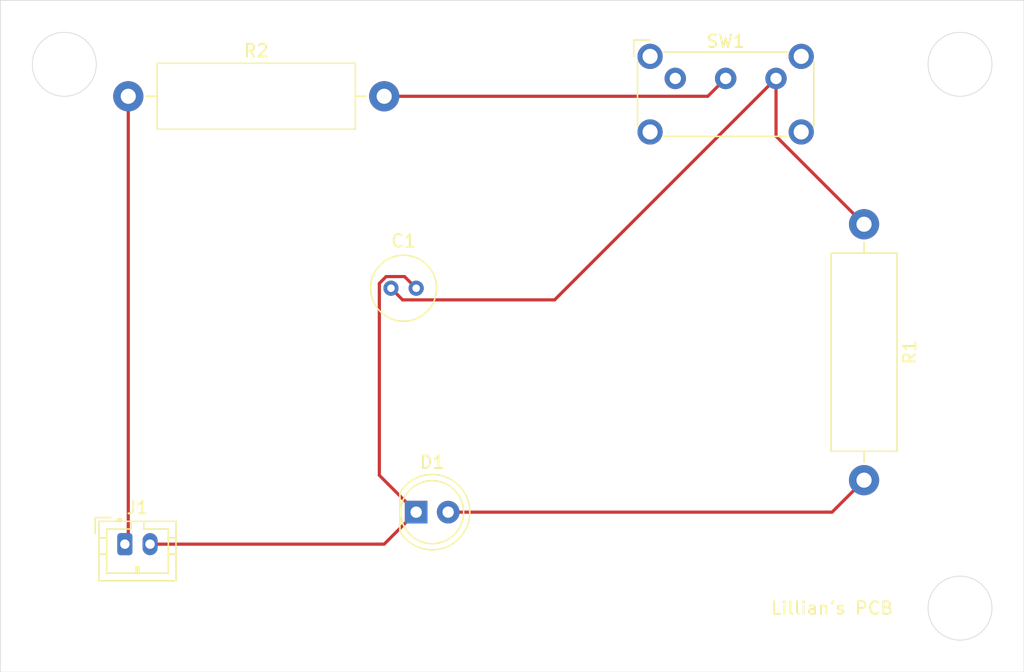
<source format=kicad_pcb>
(kicad_pcb (version 20211014) (generator pcbnew)
  (layers (0 "F.Cu" signal) (31 "B.Cu" signal) (34 "B.Paste" user) (35 "F.Paste" user) (36 "B.SilkS" user "B.Silkscreen") (37 "F.SilkS" user "F.Silkscreen") (38 "B.Mask" user) (39 "F.Mask" user) (44 "Edge.Cuts" user))
  (net 0 "")
  (net 1 "Net-(C1-Pad1)")
  (net 2 "Net-(C1-Pad2)")
  (net 3 "Net-(D1-Pad2)")
  (net 4 "Net-(J1-Pad1)")
  (net 5 "Net-(R2-Pad2)")
  (footprint "Resistor_THT:R_Axial_DIN0516_L15.5mm_D5.0mm_P20.32mm_Horizontal" (layer "F.Cu") (at 121.92 68.58)
    (fp_text reference "R2" (at 10.16 -3.62) (layer "F.SilkS"))
    (fp_text value "2.2 kΩ")
    (fp_line (start 18.03 2.62) (end 18.03 -2.62) (layer "F.SilkS") (width 0.12))
    (fp_line (start 1.44 0) (end 2.29 0) (layer "F.SilkS") (width 0.12))
    (fp_line (start 2.29 2.62) (end 18.03 2.62) (layer "F.SilkS") (width 0.12))
    (fp_line (start 18.03 -2.62) (end 2.29 -2.62) (layer "F.SilkS") (width 0.12))
    (fp_line (start 18.88 0) (end 18.03 0) (layer "F.SilkS") (width 0.12))
    (fp_line (start 2.29 -2.62) (end 2.29 2.62) (layer "F.SilkS") (width 0.12))
    (pad "1" thru_hole circle (at 0 0) (size 2.4 2.4) (drill 1.2) (layers *.Cu *.Mask) (net 4 "Net-(J1-Pad1)"))
    (pad "2" thru_hole oval (at 20.32 0) (size 2.4 2.4) (drill 1.2) (layers *.Cu *.Mask) (net 5 "Net-(R2-Pad2)"))
  )
  (footprint "Connector_JST:JST_PH_B2B-PH-K_1x02_P2.00mm_Vertical" (layer "F.Cu") (at 121.65 104.14)
    (fp_text reference "J1" (at 1 -2.9) (layer "F.SilkS"))
    (fp_text value "9 V")
    (fp_line (start 4.06 -0.5) (end 3.45 -0.5) (layer "F.SilkS") (width 0.12))
    (fp_line (start 3.45 -1.2) (end 1.5 -1.2) (layer "F.SilkS") (width 0.12))
    (fp_line (start 1.1 1.8) (end 1.1 2.3) (layer "F.SilkS") (width 0.12))
    (fp_line (start 0.9 1.8) (end 1.1 1.8) (layer "F.SilkS") (width 0.12))
    (fp_line (start -2.06 -0.5) (end -1.45 -0.5) (layer "F.SilkS") (width 0.12))
    (fp_line (start 4.06 0.8) (end 3.45 0.8) (layer "F.SilkS") (width 0.12))
    (fp_line (start -0.3 -1.91) (end -0.6 -1.91) (layer "F.SilkS") (width 0.12))
    (fp_line (start 0.5 -1.2) (end -1.45 -1.2) (layer "F.SilkS") (width 0.12))
    (fp_line (start 3.45 2.3) (end 3.45 -1.2) (layer "F.SilkS") (width 0.12))
    (fp_line (start 4.06 -1.81) (end -2.06 -1.81) (layer "F.SilkS") (width 0.12))
    (fp_line (start -2.06 -1.81) (end -2.06 2.91) (layer "F.SilkS") (width 0.12))
    (fp_line (start -2.06 0.8) (end -1.45 0.8) (layer "F.SilkS") (width 0.12))
    (fp_line (start -0.3 -1.81) (end -0.3 -2.01) (layer "F.SilkS") (width 0.12))
    (fp_line (start -0.3 -2.01) (end -0.6 -2.01) (layer "F.SilkS") (width 0.12))
    (fp_line (start -0.6 -2.01) (end -0.6 -1.81) (layer "F.SilkS") (width 0.12))
    (fp_line (start -2.06 2.91) (end 4.06 2.91) (layer "F.SilkS") (width 0.12))
    (fp_line (start -1.45 -1.2) (end -1.45 2.3) (layer "F.SilkS") (width 0.12))
    (fp_line (start -1.11 -2.11) (end -2.36 -2.11) (layer "F.SilkS") (width 0.12))
    (fp_line (start -2.36 -2.11) (end -2.36 -0.86) (layer "F.SilkS") (width 0.12))
    (fp_line (start -1.45 2.3) (end 3.45 2.3) (layer "F.SilkS") (width 0.12))
    (fp_line (start 0.5 -1.81) (end 0.5 -1.2) (layer "F.SilkS") (width 0.12))
    (fp_line (start 1.5 -1.2) (end 1.5 -1.81) (layer "F.SilkS") (width 0.12))
    (fp_line (start 0.9 2.3) (end 0.9 1.8) (layer "F.SilkS") (width 0.12))
    (fp_line (start 1 2.3) (end 1 1.8) (layer "F.SilkS") (width 0.12))
    (fp_line (start 4.06 2.91) (end 4.06 -1.81) (layer "F.SilkS") (width 0.12))
    (pad "1" thru_hole roundrect (at 0 0) (size 1.2 1.75) (drill 0.75) (layers *.Cu *.Mask) (roundrect_rratio 0.208333) (net 4 "Net-(J1-Pad1)"))
    (pad "2" thru_hole oval (at 2 0) (size 1.2 1.75) (drill 0.75) (layers *.Cu *.Mask) (net 2 "Net-(C1-Pad2)"))
  )
  (footprint "Resistor_THT:R_Axial_DIN0516_L15.5mm_D5.0mm_P20.32mm_Horizontal" (layer "F.Cu") (at 180.34 78.74 -90)
    (fp_text reference "R1" (at 10.16 -3.62 90) (layer "F.SilkS"))
    (fp_text value "20 kΩ")
    (fp_line (start 2.29 2.62) (end 18.03 2.62) (layer "F.SilkS") (width 0.12))
    (fp_line (start 2.29 -2.62) (end 2.29 2.62) (layer "F.SilkS") (width 0.12))
    (fp_line (start 18.03 -2.62) (end 2.29 -2.62) (layer "F.SilkS") (width 0.12))
    (fp_line (start 18.88 0) (end 18.03 0) (layer "F.SilkS") (width 0.12))
    (fp_line (start 18.03 2.62) (end 18.03 -2.62) (layer "F.SilkS") (width 0.12))
    (fp_line (start 1.44 0) (end 2.29 0) (layer "F.SilkS") (width 0.12))
    (pad "1" thru_hole circle (at 0 0 270) (size 2.4 2.4) (drill 1.2) (layers *.Cu *.Mask) (net 1 "Net-(C1-Pad1)"))
    (pad "2" thru_hole oval (at 20.32 0 270) (size 2.4 2.4) (drill 1.2) (layers *.Cu *.Mask) (net 3 "Net-(D1-Pad2)"))
  )
  (footprint "Button_Switch_THT:SW_E-Switch_EG1224_SPDT_Angled" (layer "F.Cu") (at 165.3525 67.1625)
    (fp_text reference "SW1" (at 4 -2.95) (layer "F.SilkS"))
    (fp_text value " ")
    (fp_line (start 11 -1.35) (end 11 3.85) (layer "F.SilkS") (width 0.12))
    (fp_line (start -3 3.85) (end -3 -1.35) (layer "F.SilkS") (width 0.12))
    (fp_line (start -0.95 -2.1) (end 8.95 -2.1) (layer "F.SilkS") (width 0.12))
    (fp_line (start 8.95 4.6) (end -0.95 4.6) (layer "F.SilkS") (width 0.12))
    (fp_line (start -3.3 -3.05) (end -2 -3.05) (layer "F.SilkS") (width 0.12))
    (fp_line (start -3.3 -1.75) (end -3.3 -3.05) (layer "F.SilkS") (width 0.12))
    (pad "" thru_hole circle (at 10 4.25) (size 2 2) (drill 1.2) (layers *.Cu *.Mask))
    (pad "" thru_hole circle (at -2 4.25) (size 2 2) (drill 1.2) (layers *.Cu *.Mask))
    (pad "" thru_hole circle (at -2 -1.75) (size 2 2) (drill 1.2) (layers *.Cu *.Mask))
    (pad "" thru_hole circle (at 10 -1.75) (size 2 2) (drill 1.2) (layers *.Cu *.Mask))
    (pad "1" thru_hole circle (at 0 0) (size 1.7 1.7) (drill 0.9) (layers *.Cu *.Mask))
    (pad "2" thru_hole circle (at 4 0) (size 1.7 1.7) (drill 0.9) (layers *.Cu *.Mask) (net 5 "Net-(R2-Pad2)"))
    (pad "3" thru_hole circle (at 8 0) (size 1.7 1.7) (drill 0.9) (layers *.Cu *.Mask) (net 1 "Net-(C1-Pad1)"))
  )
  (footprint "LED_THT:LED_D5.0mm" (layer "F.Cu") (at 144.78 101.6)
    (fp_text reference "D1" (at 1.27 -3.96) (layer "F.SilkS"))
    (fp_text value "LED")
    (fp_line (start -1.29 -1.545) (end -1.29 1.545) (layer "F.SilkS") (width 0.12))
    (fp_arc (start -1.29 -1.54483) (mid 2.072002 -2.880433) (end 4.26 0.000462) (layer "F.SilkS") (width 0.12))
    (fp_arc (start 4.26 -0.000462) (mid 2.072002 2.880433) (end -1.29 1.54483) (layer "F.SilkS") (width 0.12))
    (fp_circle (center 1.27 0) (end 3.77 0) (layer "F.SilkS") (width 0.12) (fill none))
    (pad "1" thru_hole rect (at 0 0) (size 1.8 1.8) (drill 0.9) (layers *.Cu *.Mask) (net 2 "Net-(C1-Pad2)"))
    (pad "2" thru_hole circle (at 2.54 0) (size 1.8 1.8) (drill 0.9) (layers *.Cu *.Mask) (net 3 "Net-(D1-Pad2)"))
  )
  (footprint "Capacitor_THT:C_Radial_D5.0mm_H5.0mm_P2.00mm" (layer "F.Cu") (at 142.78 83.82)
    (fp_text reference "C1" (at 1 -3.75) (layer "F.SilkS"))
    (fp_text value "4.7 μF")
    (fp_circle (center 1 0) (end 3.62 0) (layer "F.SilkS") (width 0.12) (fill none))
    (pad "1" thru_hole circle (at 0 0) (size 1.2 1.2) (drill 0.6) (layers *.Cu *.Mask) (net 1 "Net-(C1-Pad1)"))
    (pad "2" thru_hole circle (at 2 0) (size 1.2 1.2) (drill 0.6) (layers *.Cu *.Mask) (net 2 "Net-(C1-Pad2)"))
  )
  (gr_circle (center 187.96 66.04) (end 187.96 68.58) (layer "Edge.Cuts") (width 0.05) (fill none))
  (gr_rect (start 193.04 114.3) (end 111.76 60.96) (layer "Edge.Cuts") (width 0.05) (fill none))
  (gr_circle (center 187.96 111.76) (end 187.96 111.76) (layer "Edge.Cuts") (width 0.05) (fill none))
  (gr_circle (center 187.96 109.22) (end 187.96 111.76) (layer "Edge.Cuts") (width 0.05) (fill none))
  (gr_circle (center 116.84 66.04) (end 119.38 66.04) (layer "Edge.Cuts") (width 0.05) (fill none))
  (gr_text "Lillian's PCB" (at 177.8 109.22) (layer "F.SilkS") (effects (font (size 1 1))))
  (segment (start 142.78 83.82) (end 143.705 84.745) (width 0.25) (layer "F.Cu") (net 1))
  (segment (start 180.34 78.74) (end 173.3525 71.7525) (width 0.25) (layer "F.Cu") (net 1))
  (segment (start 173.3525 71.7525) (end 173.3525 67.1625) (width 0.25) (layer "F.Cu") (net 1))
  (segment (start 143.705 84.745) (end 155.77 84.745) (width 0.25) (layer "F.Cu") (net 1))
  (segment (start 155.77 84.745) (end 173.3525 67.1625) (width 0.25) (layer "F.Cu") (net 1))
  (segment (start 141.855 83.436852) (end 141.855 98.675) (width 0.25) (layer "F.Cu") (net 2))
  (segment (start 144.78 83.82) (end 143.855 82.895) (width 0.25) (layer "F.Cu") (net 2))
  (segment (start 143.855 82.895) (end 142.396852 82.895) (width 0.25) (layer "F.Cu") (net 2))
  (segment (start 141.855 98.675) (end 144.78 101.6) (width 0.25) (layer "F.Cu") (net 2))
  (segment (start 142.396852 82.895) (end 141.855 83.436852) (width 0.25) (layer "F.Cu") (net 2))
  (segment (start 123.65 104.14) (end 142.24 104.14) (width 0.25) (layer "F.Cu") (net 2))
  (segment (start 142.24 104.14) (end 144.78 101.6) (width 0.25) (layer "F.Cu") (net 2))
  (segment (start 177.8 101.6) (end 180.34 99.06) (width 0.25) (layer "F.Cu") (net 3))
  (segment (start 147.32 101.6) (end 177.8 101.6) (width 0.25) (layer "F.Cu") (net 3))
  (segment (start 121.92 68.58) (end 121.92 103.87) (width 0.25) (layer "F.Cu") (net 4))
  (segment (start 121.92 103.87) (end 121.65 104.14) (width 0.25) (layer "F.Cu") (net 4))
  (segment (start 167.935 68.58) (end 142.24 68.58) (width 0.25) (layer "F.Cu") (net 5))
  (segment (start 169.3525 67.1625) (end 167.935 68.58) (width 0.25) (layer "F.Cu") (net 5))
)
</source>
